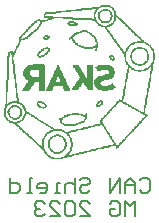
<source format=gbr>
%TF.GenerationSoftware,Altium Limited,Altium Designer,23.7.1 (13)*%
G04 Layer_Color=32896*
%FSLAX45Y45*%
%MOMM*%
%TF.SameCoordinates,324F84FA-45DE-4E37-BCC6-85F6FB8D9206*%
%TF.FilePolarity,Positive*%
%TF.FileFunction,Legend,Bot*%
%TF.Part,Single*%
G01*
G75*
%TA.AperFunction,NonConductor*%
%ADD23C,0.20000*%
G36*
X4938110Y5644252D02*
X4953228D01*
Y5639212D01*
X4963307D01*
Y5634173D01*
X4968346D01*
Y5629134D01*
X4978425D01*
Y5624094D01*
X4983465D01*
Y5619055D01*
X4988504D01*
Y5614016D01*
X4993543D01*
Y5603937D01*
X4998583D01*
Y5593858D01*
X5003622D01*
Y5583780D01*
X5008661D01*
Y5558583D01*
X5018740D01*
Y5553543D01*
X5023780D01*
Y5548504D01*
X5028819D01*
Y5543464D01*
X5033858D01*
Y5538425D01*
X5038898D01*
Y5533386D01*
X5048976D01*
Y5528346D01*
X5054016D01*
Y5523307D01*
X5059055D01*
Y5518268D01*
X5064095D01*
Y5513228D01*
X5069134D01*
Y5508189D01*
X5074173D01*
Y5503150D01*
X5079213D01*
Y5498110D01*
X5084252D01*
Y5493071D01*
X5089291D01*
Y5488031D01*
X5094331D01*
Y5482992D01*
X5099370D01*
Y5477953D01*
X5104409D01*
Y5472913D01*
X5109449D01*
Y5467874D01*
X5114488D01*
Y5462835D01*
X5119527D01*
Y5457795D01*
X5124567D01*
Y5452756D01*
X5129606D01*
Y5447717D01*
X5134646D01*
Y5442677D01*
X5139685D01*
Y5437638D01*
X5144725D01*
Y5432598D01*
X5149764D01*
Y5427559D01*
X5154803D01*
Y5422520D01*
X5159843D01*
Y5417480D01*
X5164882D01*
Y5412441D01*
X5169921D01*
Y5407401D01*
X5174961D01*
Y5402362D01*
X5185039D01*
Y5397323D01*
X5190079D01*
Y5392283D01*
X5195118D01*
Y5387244D01*
X5200157D01*
Y5382205D01*
X5205197D01*
Y5377165D01*
X5210236D01*
Y5372126D01*
X5215276D01*
Y5367087D01*
X5220315D01*
Y5362047D01*
X5225354D01*
Y5357008D01*
X5230394D01*
Y5351968D01*
X5235433D01*
Y5346929D01*
X5240472D01*
Y5341890D01*
X5245512D01*
Y5336850D01*
X5250551D01*
Y5331811D01*
X5260630D01*
Y5326772D01*
X5275748D01*
Y5321732D01*
X5280788D01*
Y5316693D01*
X5285827D01*
Y5311654D01*
X5295906D01*
Y5306614D01*
X5300945D01*
Y5301575D01*
X5305984D01*
Y5291496D01*
X5311024D01*
Y5286457D01*
X5316063D01*
Y5281417D01*
X5321102D01*
Y5271338D01*
X5326142D01*
Y5256220D01*
X5331181D01*
Y5241102D01*
X5336220D01*
Y5185669D01*
X5331181D01*
Y5165512D01*
X5326142D01*
Y5145354D01*
X5321102D01*
Y5115118D01*
X5316063D01*
Y5084882D01*
X5311024D01*
Y5059685D01*
X5305984D01*
Y5029449D01*
X5300945D01*
Y4999213D01*
X5295906D01*
Y4974016D01*
X5290866D01*
Y4943780D01*
X5285827D01*
Y4913543D01*
X5280788D01*
Y4888346D01*
X5275748D01*
Y4858110D01*
X5270709D01*
Y4827874D01*
X5265669D01*
Y4797638D01*
X5260630D01*
Y4772441D01*
X5255590D01*
Y4742205D01*
X5250551D01*
Y4727087D01*
X5255590D01*
Y4722047D01*
X5265669D01*
Y4717008D01*
X5270709D01*
Y4711968D01*
X5275748D01*
Y4706929D01*
X5270709D01*
Y4701890D01*
X5265669D01*
Y4696850D01*
X5260630D01*
Y4691811D01*
X5255590D01*
Y4686772D01*
X5250551D01*
Y4681732D01*
X5245512D01*
Y4676693D01*
X5240472D01*
Y4671654D01*
X5235433D01*
Y4666614D01*
X5230394D01*
Y4661575D01*
X5225354D01*
Y4651496D01*
X5220315D01*
Y4646457D01*
X5215276D01*
Y4641417D01*
X5210236D01*
Y4636378D01*
X5205197D01*
Y4631338D01*
X5200157D01*
Y4626299D01*
X5195118D01*
Y4621260D01*
X5190079D01*
Y4616220D01*
X5185039D01*
Y4611181D01*
X5180000D01*
Y4606142D01*
X5174961D01*
Y4601102D01*
X5169921D01*
Y4596063D01*
X5164882D01*
Y4591024D01*
X5159843D01*
Y4580945D01*
X5154803D01*
Y4575906D01*
X5149764D01*
Y4570866D01*
X5144725D01*
Y4565827D01*
X5139685D01*
Y4560787D01*
X5134646D01*
Y4555748D01*
X5129606D01*
Y4550709D01*
X5124567D01*
Y4545669D01*
X5119527D01*
Y4540630D01*
X5114488D01*
Y4535591D01*
X5109449D01*
Y4530551D01*
X5104409D01*
Y4525512D01*
X5099370D01*
Y4520472D01*
X5094331D01*
Y4510394D01*
X5089291D01*
Y4505354D01*
X5084252D01*
Y4500315D01*
X5079213D01*
Y4495275D01*
X5074173D01*
Y4490236D01*
X5069134D01*
Y4485197D01*
X5064095D01*
Y4480157D01*
X5059055D01*
Y4475118D01*
X5054016D01*
Y4470079D01*
X5048976D01*
Y4465039D01*
X5043937D01*
Y4460000D01*
X5038898D01*
Y4454961D01*
X5033858D01*
Y4449921D01*
X5028819D01*
Y4439843D01*
X5023780D01*
Y4434803D01*
X5018740D01*
Y4429764D01*
X5008661D01*
Y4439843D01*
X5003622D01*
Y4449921D01*
X4998583D01*
Y4454961D01*
X4983465D01*
Y4449921D01*
X4963307D01*
Y4444882D01*
X4943150D01*
Y4439843D01*
X4922992D01*
Y4434803D01*
X4902835D01*
Y4429764D01*
X4882677D01*
Y4424724D01*
X4857480D01*
Y4419685D01*
X4837323D01*
Y4414646D01*
X4817165D01*
Y4409606D01*
X4797008D01*
Y4404567D01*
X4776850D01*
Y4399527D01*
X4756693D01*
Y4394488D01*
X4736535D01*
Y4389449D01*
X4716378D01*
Y4384409D01*
X4691181D01*
Y4379370D01*
X4671024D01*
Y4374331D01*
X4650866D01*
Y4369291D01*
X4630709D01*
Y4364252D01*
X4610551D01*
Y4359213D01*
X4590394D01*
Y4354173D01*
X4570236D01*
Y4349134D01*
X4555118D01*
Y4344094D01*
X4540000D01*
Y4339055D01*
X4479527D01*
Y4344094D01*
X4459370D01*
Y4349134D01*
X4449291D01*
Y4354173D01*
X4439213D01*
Y4359213D01*
X4434173D01*
Y4364252D01*
X4429134D01*
Y4369291D01*
X4419055D01*
Y4379370D01*
X4414016D01*
Y4384409D01*
X4408976D01*
Y4389449D01*
X4403937D01*
Y4394488D01*
X4398898D01*
Y4404567D01*
X4393858D01*
Y4414646D01*
X4388819D01*
Y4419685D01*
X4383780D01*
Y4424724D01*
X4378740D01*
Y4429764D01*
X4373701D01*
Y4434803D01*
X4368661D01*
Y4439843D01*
X4363622D01*
Y4444882D01*
X4358583D01*
Y4449921D01*
X4353543D01*
Y4454961D01*
X4343465D01*
Y4460000D01*
X4338425D01*
Y4465039D01*
X4333386D01*
Y4470079D01*
X4328346D01*
Y4475118D01*
X4323307D01*
Y4480157D01*
X4318268D01*
Y4485197D01*
X4313228D01*
Y4490236D01*
X4308189D01*
Y4495275D01*
X4303150D01*
Y4500315D01*
X4298110D01*
Y4505354D01*
X4293071D01*
Y4510394D01*
X4282992D01*
Y4515433D01*
X4277953D01*
Y4520472D01*
X4272913D01*
Y4525512D01*
X4267874D01*
Y4530551D01*
X4262835D01*
Y4535591D01*
X4257795D01*
Y4540630D01*
X4252756D01*
Y4545669D01*
X4247716D01*
Y4550709D01*
X4242677D01*
Y4555748D01*
X4237638D01*
Y4560787D01*
X4232598D01*
Y4565827D01*
X4222520D01*
Y4570866D01*
X4217480D01*
Y4575906D01*
X4212441D01*
Y4580945D01*
X4207402D01*
Y4585984D01*
X4202362D01*
Y4591024D01*
X4197323D01*
Y4596063D01*
X4192283D01*
Y4601102D01*
X4187244D01*
Y4606142D01*
X4182205D01*
Y4611181D01*
X4177165D01*
Y4616220D01*
X4172126D01*
Y4621260D01*
X4162047D01*
Y4626299D01*
X4157008D01*
Y4631338D01*
X4151969D01*
Y4641417D01*
X4131811D01*
Y4646457D01*
X4111653D01*
Y4651496D01*
X4101575D01*
Y4656535D01*
X4096535D01*
Y4661575D01*
X4091496D01*
Y4666614D01*
X4081417D01*
Y4671654D01*
X4076378D01*
Y4681732D01*
X4071339D01*
Y4686772D01*
X4066299D01*
Y4696850D01*
X4061260D01*
Y4711968D01*
X4056220D01*
Y4767401D01*
X4061260D01*
Y4777480D01*
X4066299D01*
Y4812756D01*
X4071339D01*
Y4817795D01*
Y4822835D01*
Y4913543D01*
X4076378D01*
Y5014331D01*
X4081417D01*
Y5115118D01*
X4086457D01*
Y5215905D01*
X4091496D01*
Y5246142D01*
X4096535D01*
Y5251181D01*
X4106614D01*
Y5256220D01*
X4116693D01*
Y5261260D01*
X4131811D01*
Y5236063D01*
X4136851D01*
Y5246142D01*
X4141890D01*
Y5256220D01*
X4146929D01*
Y5266299D01*
X4151969D01*
Y5276378D01*
X4157008D01*
Y5286457D01*
X4162047D01*
Y5296535D01*
X4167087D01*
Y5301575D01*
X4172126D01*
Y5311654D01*
X4177165D01*
Y5321732D01*
X4182205D01*
Y5331811D01*
X4187244D01*
Y5346929D01*
X4182205D01*
Y5367087D01*
X4187244D01*
Y5372126D01*
X4192283D01*
Y5377165D01*
X4197323D01*
Y5387244D01*
X4202362D01*
Y5392283D01*
X4207402D01*
Y5397323D01*
X4212441D01*
Y5402362D01*
X4217480D01*
Y5407401D01*
X4222520D01*
Y5412441D01*
X4227559D01*
Y5417480D01*
X4232598D01*
Y5422520D01*
X4237638D01*
Y5427559D01*
X4242677D01*
Y5437638D01*
X4247716D01*
Y5442677D01*
X4252756D01*
Y5447717D01*
X4257795D01*
Y5452756D01*
X4262835D01*
Y5457795D01*
X4267874D01*
Y5462835D01*
X4272913D01*
Y5467874D01*
X4277953D01*
Y5472913D01*
X4282992D01*
Y5477953D01*
X4288032D01*
Y5482992D01*
X4293071D01*
Y5488031D01*
X4298110D01*
Y5493071D01*
X4303150D01*
Y5498110D01*
X4308189D01*
Y5503150D01*
X4313228D01*
Y5508189D01*
X4318268D01*
Y5513228D01*
X4328346D01*
Y5518268D01*
X4338425D01*
Y5523307D01*
X4348504D01*
Y5528346D01*
X4363622D01*
Y5523307D01*
X4373701D01*
Y5518268D01*
X4403937D01*
Y5523307D01*
X4424095D01*
Y5528346D01*
X4434173D01*
Y5533386D01*
X4449291D01*
Y5538425D01*
X4393858D01*
Y5543464D01*
X4388819D01*
Y5548504D01*
X4393858D01*
Y5558583D01*
X4398898D01*
Y5568661D01*
X4403937D01*
Y5578740D01*
X4408976D01*
Y5583780D01*
X4449291D01*
Y5588819D01*
X4494646D01*
Y5593858D01*
X4534961D01*
Y5598898D01*
X4580315D01*
Y5603937D01*
X4625669D01*
Y5608976D01*
X4671024D01*
Y5614016D01*
X4711339D01*
Y5619055D01*
X4756693D01*
Y5624094D01*
X4802047D01*
Y5629134D01*
X4847402D01*
Y5634173D01*
X4867559D01*
Y5639212D01*
X4877638D01*
Y5644252D01*
X4887716D01*
Y5649291D01*
X4938110D01*
Y5644252D01*
D02*
G37*
%LPC*%
G36*
X4837323Y5614016D02*
X4802047D01*
Y5608976D01*
X4756693D01*
Y5603937D01*
X4716378D01*
Y5598898D01*
X4671024D01*
Y5593858D01*
X4625669D01*
Y5588819D01*
X4580315D01*
Y5583780D01*
X4540000D01*
Y5578740D01*
X4494646D01*
Y5573701D01*
X4449291D01*
Y5568661D01*
X4414016D01*
Y5558583D01*
X4408976D01*
Y5553543D01*
X4469449D01*
Y5548504D01*
X4555118D01*
Y5543464D01*
X4640788D01*
Y5538425D01*
X4721417D01*
Y5533386D01*
X4807087D01*
Y5528346D01*
X4822205D01*
Y5543464D01*
X4817165D01*
Y5568661D01*
X4822205D01*
Y5588819D01*
X4827244D01*
Y5598898D01*
X4832283D01*
Y5608976D01*
X4837323D01*
Y5614016D01*
D02*
G37*
G36*
X4938110Y5634173D02*
X4892756D01*
Y5629134D01*
X4877638D01*
Y5624094D01*
X4867559D01*
Y5619055D01*
X4862520D01*
Y5614016D01*
X4857480D01*
Y5608976D01*
X4852441D01*
Y5603937D01*
X4847402D01*
Y5593858D01*
X4842362D01*
Y5583780D01*
X4837323D01*
Y5568661D01*
X4832283D01*
Y5543464D01*
X4837323D01*
Y5523307D01*
X4842362D01*
Y5513228D01*
X4847402D01*
Y5503150D01*
X4852441D01*
Y5498110D01*
X4857480D01*
Y5493071D01*
X4862520D01*
Y5488031D01*
X4872598D01*
Y5482992D01*
X4882677D01*
Y5477953D01*
X4897795D01*
Y5472913D01*
X4933071D01*
Y5477953D01*
X4948189D01*
Y5482992D01*
X4958268D01*
Y5488031D01*
X4963307D01*
Y5493071D01*
X4973386D01*
Y5498110D01*
X4978425D01*
Y5508189D01*
X4983465D01*
Y5513228D01*
X4988504D01*
Y5518268D01*
Y5523307D01*
X4993543D01*
Y5583780D01*
X4988504D01*
Y5593858D01*
X4983465D01*
Y5603937D01*
X4978425D01*
Y5608976D01*
X4973386D01*
Y5614016D01*
X4968346D01*
Y5619055D01*
X4958268D01*
Y5624094D01*
X4953228D01*
Y5629134D01*
X4938110D01*
Y5634173D01*
D02*
G37*
G36*
X4358583Y5513228D02*
X4353543D01*
Y5508189D01*
X4338425D01*
Y5503150D01*
X4333386D01*
Y5498110D01*
X4323307D01*
Y5493071D01*
X4318268D01*
Y5488031D01*
X4313228D01*
Y5482992D01*
X4308189D01*
Y5477953D01*
X4303150D01*
Y5472913D01*
X4298110D01*
Y5467874D01*
X4293071D01*
Y5462835D01*
X4288032D01*
Y5457795D01*
X4282992D01*
Y5452756D01*
X4277953D01*
Y5447717D01*
X4272913D01*
Y5442677D01*
X4267874D01*
Y5437638D01*
X4262835D01*
Y5432598D01*
X4257795D01*
Y5422520D01*
X4252756D01*
Y5417480D01*
X4247716D01*
Y5412441D01*
X4242677D01*
Y5407401D01*
X4237638D01*
Y5402362D01*
X4232598D01*
Y5397323D01*
X4227559D01*
Y5392283D01*
X4222520D01*
Y5387244D01*
X4217480D01*
Y5382205D01*
X4212441D01*
Y5372126D01*
X4207402D01*
Y5367087D01*
X4202362D01*
Y5362047D01*
X4222520D01*
Y5367087D01*
X4232598D01*
Y5372126D01*
X4242677D01*
Y5377165D01*
X4252756D01*
Y5382205D01*
X4257795D01*
Y5387244D01*
X4262835D01*
Y5392283D01*
X4267874D01*
Y5397323D01*
X4272913D01*
Y5402362D01*
X4277953D01*
Y5407401D01*
X4282992D01*
Y5412441D01*
X4288032D01*
Y5417480D01*
X4298110D01*
Y5422520D01*
X4303150D01*
Y5427559D01*
X4308189D01*
Y5432598D01*
X4318268D01*
Y5437638D01*
X4323307D01*
Y5442677D01*
X4328346D01*
Y5447717D01*
X4333386D01*
Y5452756D01*
X4338425D01*
Y5457795D01*
X4343465D01*
Y5462835D01*
X4348504D01*
Y5467874D01*
X4353543D01*
Y5477953D01*
X4358583D01*
Y5488031D01*
X4363622D01*
Y5508189D01*
X4358583D01*
Y5513228D01*
D02*
G37*
G36*
X5013701Y5543464D02*
X5008661D01*
Y5523307D01*
X5003622D01*
Y5513228D01*
X4998583D01*
Y5503150D01*
X4993543D01*
Y5498110D01*
X4988504D01*
Y5488031D01*
X4983465D01*
Y5482992D01*
X4978425D01*
Y5477953D01*
X4968346D01*
Y5472913D01*
X4963307D01*
Y5467874D01*
X4953228D01*
Y5462835D01*
X4933071D01*
Y5457795D01*
X4928032D01*
Y5452756D01*
X4933071D01*
Y5447717D01*
X4938110D01*
Y5437638D01*
X4943150D01*
Y5432598D01*
X4948189D01*
Y5427559D01*
X4953228D01*
Y5417480D01*
X4958268D01*
Y5412441D01*
X4963307D01*
Y5402362D01*
X4968346D01*
Y5397323D01*
X4973386D01*
Y5392283D01*
X4978425D01*
Y5382205D01*
X4983465D01*
Y5377165D01*
X4988504D01*
Y5367087D01*
X4993543D01*
Y5362047D01*
X4998583D01*
Y5357008D01*
X5003622D01*
Y5346929D01*
X5008661D01*
Y5341890D01*
X5013701D01*
Y5331811D01*
X5018740D01*
Y5326772D01*
X5023780D01*
Y5316693D01*
X5028819D01*
Y5311654D01*
X5033858D01*
Y5306614D01*
X5038898D01*
Y5296535D01*
X5043937D01*
Y5291496D01*
X5048976D01*
Y5281417D01*
X5054016D01*
Y5276378D01*
X5059055D01*
Y5271338D01*
X5064095D01*
Y5261260D01*
X5069134D01*
Y5256220D01*
X5074173D01*
Y5246142D01*
X5084252D01*
Y5261260D01*
X5089291D01*
Y5271338D01*
X5094331D01*
Y5281417D01*
X5099370D01*
Y5291496D01*
X5104409D01*
Y5296535D01*
X5109449D01*
Y5301575D01*
X5114488D01*
Y5306614D01*
X5119527D01*
Y5311654D01*
X5124567D01*
Y5316693D01*
X5134646D01*
Y5321732D01*
X5139685D01*
Y5326772D01*
X5149764D01*
Y5331811D01*
X5159843D01*
Y5336850D01*
X5180000D01*
Y5341890D01*
X5220315D01*
Y5346929D01*
X5215276D01*
Y5351968D01*
X5210236D01*
Y5357008D01*
X5205197D01*
Y5362047D01*
X5200157D01*
Y5367087D01*
X5195118D01*
Y5372126D01*
X5185039D01*
Y5377165D01*
X5180000D01*
Y5382205D01*
X5174961D01*
Y5387244D01*
X5169921D01*
Y5392283D01*
X5164882D01*
Y5397323D01*
X5159843D01*
Y5402362D01*
X5154803D01*
Y5407401D01*
X5149764D01*
Y5412441D01*
X5144725D01*
Y5417480D01*
X5139685D01*
Y5422520D01*
X5134646D01*
Y5427559D01*
X5129606D01*
Y5432598D01*
X5124567D01*
Y5437638D01*
X5119527D01*
Y5442677D01*
X5114488D01*
Y5447717D01*
X5109449D01*
Y5452756D01*
X5104409D01*
Y5457795D01*
X5099370D01*
Y5462835D01*
X5094331D01*
Y5467874D01*
X5089291D01*
Y5472913D01*
X5084252D01*
Y5477953D01*
X5079213D01*
Y5482992D01*
X5074173D01*
Y5488031D01*
X5069134D01*
Y5493071D01*
X5064095D01*
Y5498110D01*
X5059055D01*
Y5503150D01*
X5048976D01*
Y5508189D01*
X5043937D01*
Y5513228D01*
X5038898D01*
Y5518268D01*
X5033858D01*
Y5523307D01*
X5028819D01*
Y5528346D01*
X5023780D01*
Y5533386D01*
X5018740D01*
Y5538425D01*
X5013701D01*
Y5543464D01*
D02*
G37*
G36*
X5235433Y5326772D02*
X5180000D01*
Y5321732D01*
X5164882D01*
Y5316693D01*
X5154803D01*
Y5311654D01*
X5144725D01*
Y5306614D01*
X5134646D01*
Y5301575D01*
X5129606D01*
Y5296535D01*
X5124567D01*
Y5291496D01*
X5119527D01*
Y5286457D01*
X5114488D01*
Y5276378D01*
X5109449D01*
Y5271338D01*
X5104409D01*
Y5261260D01*
X5099370D01*
Y5246142D01*
X5094331D01*
Y5215905D01*
X5089291D01*
Y5205827D01*
X5094331D01*
Y5175591D01*
X5099370D01*
Y5165512D01*
X5104409D01*
Y5155433D01*
X5109449D01*
Y5145354D01*
X5114488D01*
Y5140315D01*
X5119527D01*
Y5135275D01*
X5124567D01*
Y5130236D01*
X5129606D01*
Y5125197D01*
X5134646D01*
Y5120157D01*
X5139685D01*
Y5115118D01*
X5149764D01*
Y5110079D01*
X5159843D01*
Y5105039D01*
X5169921D01*
Y5100000D01*
X5195118D01*
Y5094961D01*
X5220315D01*
Y5100000D01*
X5240472D01*
Y5105039D01*
X5255590D01*
Y5110079D01*
X5265669D01*
Y5115118D01*
X5275748D01*
Y5120157D01*
X5280788D01*
Y5125197D01*
X5285827D01*
Y5130236D01*
X5290866D01*
Y5135275D01*
X5295906D01*
Y5140315D01*
X5300945D01*
Y5150394D01*
X5305984D01*
Y5155433D01*
X5311024D01*
Y5165512D01*
X5316063D01*
Y5185669D01*
X5321102D01*
Y5241102D01*
X5316063D01*
Y5256220D01*
X5311024D01*
Y5266299D01*
X5305984D01*
Y5276378D01*
X5300945D01*
Y5281417D01*
X5295906D01*
Y5286457D01*
X5290866D01*
Y5296535D01*
X5285827D01*
Y5301575D01*
X5275748D01*
Y5306614D01*
X5270709D01*
Y5311654D01*
X5260630D01*
Y5316693D01*
X5250551D01*
Y5321732D01*
X5235433D01*
Y5326772D01*
D02*
G37*
G36*
X5305984Y5125197D02*
X5300945D01*
Y5120157D01*
X5295906D01*
Y5115118D01*
X5290866D01*
Y5110079D01*
X5285827D01*
Y5105039D01*
X5275748D01*
Y5100000D01*
X5270709D01*
Y5094961D01*
X5260630D01*
Y5089921D01*
X5245512D01*
Y5084882D01*
X5220315D01*
Y5079843D01*
X5195118D01*
Y5084882D01*
X5169921D01*
Y5089921D01*
X5154803D01*
Y5094961D01*
X5144725D01*
Y5100000D01*
X5134646D01*
Y5105039D01*
X5129606D01*
Y5110079D01*
X5124567D01*
Y5115118D01*
X5119527D01*
Y5105039D01*
X5114488D01*
Y5074803D01*
X5109449D01*
Y5049606D01*
X5104409D01*
Y5019370D01*
X5099370D01*
Y4994173D01*
X5094331D01*
Y4963937D01*
X5089291D01*
Y4933701D01*
X5084252D01*
Y4908504D01*
X5079213D01*
Y4878268D01*
X5074173D01*
Y4853071D01*
X5069134D01*
Y4827874D01*
X5079213D01*
Y4822835D01*
X5089291D01*
Y4817795D01*
X5099370D01*
Y4812756D01*
X5104409D01*
Y4807717D01*
X5114488D01*
Y4802677D01*
X5124567D01*
Y4797638D01*
X5134646D01*
Y4792598D01*
X5139685D01*
Y4787559D01*
X5149764D01*
Y4782520D01*
X5159843D01*
Y4777480D01*
X5164882D01*
Y4772441D01*
X5174961D01*
Y4767401D01*
X5185039D01*
Y4762362D01*
X5195118D01*
Y4757323D01*
X5200157D01*
Y4752283D01*
X5210236D01*
Y4747244D01*
X5220315D01*
Y4742205D01*
X5230394D01*
Y4737165D01*
X5235433D01*
Y4742205D01*
X5240472D01*
Y4772441D01*
X5245512D01*
Y4802677D01*
X5250551D01*
Y4827874D01*
X5255590D01*
Y4858110D01*
X5260630D01*
Y4888346D01*
X5265669D01*
Y4913543D01*
X5270709D01*
Y4943780D01*
X5275748D01*
Y4974016D01*
X5280788D01*
Y4999213D01*
X5285827D01*
Y5029449D01*
X5290866D01*
Y5059685D01*
X5295906D01*
Y5089921D01*
X5300945D01*
Y5115118D01*
X5305984D01*
Y5125197D01*
D02*
G37*
G36*
X4555118Y5533386D02*
X4479527D01*
Y5528346D01*
X4464409D01*
Y5523307D01*
X4449291D01*
Y5518268D01*
X4434173D01*
Y5513228D01*
X4424095D01*
Y5508189D01*
X4408976D01*
Y5503150D01*
X4378740D01*
Y5488031D01*
X4373701D01*
Y5472913D01*
X4368661D01*
Y5467874D01*
X4363622D01*
Y5457795D01*
X4358583D01*
Y5452756D01*
X4353543D01*
Y5447717D01*
X4348504D01*
Y5442677D01*
X4343465D01*
Y5437638D01*
X4338425D01*
Y5432598D01*
X4333386D01*
Y5427559D01*
X4328346D01*
Y5422520D01*
X4318268D01*
Y5417480D01*
X4313228D01*
Y5412441D01*
X4308189D01*
Y5407401D01*
X4303150D01*
Y5402362D01*
X4293071D01*
Y5397323D01*
X4288032D01*
Y5392283D01*
X4282992D01*
Y5387244D01*
X4277953D01*
Y5377165D01*
X4267874D01*
Y5372126D01*
X4262835D01*
Y5367087D01*
X4257795D01*
Y5362047D01*
X4247716D01*
Y5357008D01*
X4237638D01*
Y5351968D01*
X4222520D01*
Y5346929D01*
X4202362D01*
Y5331811D01*
X4197323D01*
Y5321732D01*
X4192283D01*
Y5306614D01*
X4187244D01*
Y5301575D01*
X4182205D01*
Y5291496D01*
X4177165D01*
Y5281417D01*
X4172126D01*
Y5276378D01*
X4167087D01*
Y5266299D01*
X4162047D01*
Y5256220D01*
X4157008D01*
Y5241102D01*
X4151969D01*
Y5231024D01*
X4146929D01*
Y5220945D01*
X4141890D01*
Y5205827D01*
X4136851D01*
Y5185669D01*
X4141890D01*
Y5145354D01*
X4146929D01*
Y5105039D01*
X4151969D01*
Y5064724D01*
X4157008D01*
Y5024409D01*
X4162047D01*
Y4984094D01*
X4167087D01*
Y4943780D01*
X4172126D01*
Y4903464D01*
X4177165D01*
Y4863150D01*
X4182205D01*
Y4827874D01*
X4187244D01*
Y4822835D01*
X4197323D01*
Y4817795D01*
X4207402D01*
Y4812756D01*
X4212441D01*
Y4807717D01*
X4217480D01*
Y4802677D01*
X4222520D01*
Y4797638D01*
X4227559D01*
Y4792598D01*
X4232598D01*
Y4782520D01*
X4237638D01*
Y4772441D01*
X4242677D01*
Y4752283D01*
X4247716D01*
Y4747244D01*
X4252756D01*
Y4742205D01*
X4262835D01*
Y4737165D01*
X4267874D01*
Y4732126D01*
X4277953D01*
Y4727087D01*
X4282992D01*
Y4722047D01*
X4293071D01*
Y4717008D01*
X4303150D01*
Y4711968D01*
X4308189D01*
Y4706929D01*
X4318268D01*
Y4701890D01*
X4328346D01*
Y4696850D01*
X4333386D01*
Y4691811D01*
X4343465D01*
Y4686772D01*
X4348504D01*
Y4681732D01*
X4358583D01*
Y4676693D01*
X4368661D01*
Y4671654D01*
X4373701D01*
Y4666614D01*
X4383780D01*
Y4661575D01*
X4388819D01*
Y4656535D01*
X4398898D01*
Y4651496D01*
X4408976D01*
Y4646457D01*
X4414016D01*
Y4641417D01*
X4424095D01*
Y4636378D01*
X4434173D01*
Y4631338D01*
X4439213D01*
Y4626299D01*
X4449291D01*
Y4621260D01*
X4454331D01*
Y4616220D01*
X4464409D01*
Y4611181D01*
X4474488D01*
Y4606142D01*
X4479527D01*
Y4601102D01*
X4489606D01*
Y4596063D01*
X4545039D01*
Y4591024D01*
X4560158D01*
Y4585984D01*
X4570236D01*
Y4580945D01*
X4575276D01*
Y4575906D01*
X4605512D01*
Y4580945D01*
X4625669D01*
Y4585984D01*
X4645827D01*
Y4591024D01*
X4665984D01*
Y4596063D01*
X4686142D01*
Y4601102D01*
X4706299D01*
Y4606142D01*
X4726457D01*
Y4611181D01*
X4746614D01*
Y4616220D01*
X4771811D01*
Y4621260D01*
X4791969D01*
Y4626299D01*
X4812126D01*
Y4631338D01*
X4832283D01*
Y4636378D01*
X4852441D01*
Y4641417D01*
X4872598D01*
Y4646457D01*
X4877638D01*
Y4651496D01*
X4872598D01*
Y4661575D01*
X4867559D01*
Y4666614D01*
X4872598D01*
Y4676693D01*
X4877638D01*
Y4681732D01*
X4882677D01*
Y4686772D01*
X4887716D01*
Y4691811D01*
X4892756D01*
Y4696850D01*
X4897795D01*
Y4701890D01*
X4902835D01*
Y4706929D01*
X4907874D01*
Y4711968D01*
X4912913D01*
Y4717008D01*
X4917953D01*
Y4722047D01*
X4922992D01*
Y4727087D01*
X4928032D01*
Y4732126D01*
X4933071D01*
Y4737165D01*
X4938110D01*
Y4747244D01*
X4943150D01*
Y4752283D01*
X4948189D01*
Y4757323D01*
X4953228D01*
Y4762362D01*
X4958268D01*
Y4767401D01*
X4963307D01*
Y4772441D01*
X4968346D01*
Y4777480D01*
X4973386D01*
Y4782520D01*
X4978425D01*
Y4787559D01*
X4983465D01*
Y4792598D01*
X4988504D01*
Y4797638D01*
X4993543D01*
Y4802677D01*
X4998583D01*
Y4807717D01*
X5003622D01*
Y4817795D01*
X5008661D01*
Y4822835D01*
X5013701D01*
Y4827874D01*
X5018740D01*
Y4832913D01*
X5023780D01*
Y4837953D01*
X5028819D01*
Y4842992D01*
X5033858D01*
Y4848031D01*
X5043937D01*
Y4842992D01*
X5054016D01*
Y4848031D01*
X5059055D01*
Y4878268D01*
X5064095D01*
Y4903464D01*
X5069134D01*
Y4933701D01*
X5074173D01*
Y4963937D01*
X5079213D01*
Y4989134D01*
X5084252D01*
Y5019370D01*
X5089291D01*
Y5049606D01*
X5094331D01*
Y5074803D01*
X5099370D01*
Y5105039D01*
X5104409D01*
Y5135275D01*
X5099370D01*
Y5140315D01*
X5094331D01*
Y5150394D01*
X5089291D01*
Y5160472D01*
X5084252D01*
Y5175591D01*
X5079213D01*
Y5205827D01*
X5074173D01*
Y5231024D01*
X5069134D01*
Y5236063D01*
X5064095D01*
Y5241102D01*
X5059055D01*
Y5251181D01*
X5054016D01*
Y5256220D01*
X5048976D01*
Y5266299D01*
X5043937D01*
Y5271338D01*
X5038898D01*
Y5281417D01*
X5033858D01*
Y5286457D01*
X5028819D01*
Y5291496D01*
X5023780D01*
Y5301575D01*
X5018740D01*
Y5306614D01*
X5013701D01*
Y5316693D01*
X5008661D01*
Y5321732D01*
X5003622D01*
Y5326772D01*
X4998583D01*
Y5336850D01*
X4993543D01*
Y5341890D01*
X4988504D01*
Y5351968D01*
X4983465D01*
Y5357008D01*
X4978425D01*
Y5362047D01*
X4973386D01*
Y5372126D01*
X4968346D01*
Y5377165D01*
X4963307D01*
Y5387244D01*
X4958268D01*
Y5392283D01*
X4953228D01*
Y5402362D01*
X4948189D01*
Y5407401D01*
X4943150D01*
Y5412441D01*
X4938110D01*
Y5422520D01*
X4933071D01*
Y5427559D01*
X4928032D01*
Y5437638D01*
X4922992D01*
Y5442677D01*
X4917953D01*
Y5447717D01*
X4912913D01*
Y5457795D01*
X4892756D01*
Y5462835D01*
X4877638D01*
Y5467874D01*
X4867559D01*
Y5472913D01*
X4857480D01*
Y5477953D01*
X4852441D01*
Y5482992D01*
X4847402D01*
Y5488031D01*
X4842362D01*
Y5493071D01*
X4837323D01*
Y5503150D01*
X4832283D01*
Y5508189D01*
X4827244D01*
Y5513228D01*
X4802047D01*
Y5518268D01*
X4721417D01*
Y5523307D01*
X4635748D01*
Y5528346D01*
X4555118D01*
Y5533386D01*
D02*
G37*
G36*
X4116693Y5241102D02*
X4111653D01*
Y5236063D01*
X4106614D01*
Y5210866D01*
X4101575D01*
Y5110079D01*
X4096535D01*
Y5009291D01*
X4091496D01*
Y4908504D01*
X4086457D01*
Y4812756D01*
X4091496D01*
Y4817795D01*
X4101575D01*
Y4822835D01*
X4111653D01*
Y4827874D01*
X4126772D01*
Y4832913D01*
X4167087D01*
Y4863150D01*
X4162047D01*
Y4903464D01*
X4157008D01*
Y4918583D01*
Y4923622D01*
Y4943780D01*
X4151969D01*
Y4984094D01*
X4146929D01*
Y5024409D01*
X4141890D01*
Y5064724D01*
X4136851D01*
Y5105039D01*
X4131811D01*
Y5145354D01*
X4126772D01*
Y5185669D01*
X4121732D01*
Y5225984D01*
X4116693D01*
Y5241102D01*
D02*
G37*
G36*
X4172126Y4817795D02*
X4126772D01*
Y4812756D01*
X4111653D01*
Y4807717D01*
X4106614D01*
Y4802677D01*
X4096535D01*
Y4797638D01*
X4091496D01*
Y4792598D01*
X4086457D01*
Y4782520D01*
X4081417D01*
Y4777480D01*
X4076378D01*
Y4762362D01*
X4071339D01*
Y4757323D01*
Y4711968D01*
X4076378D01*
Y4701890D01*
X4081417D01*
Y4691811D01*
X4086457D01*
Y4686772D01*
X4091496D01*
Y4676693D01*
X4101575D01*
Y4671654D01*
X4106614D01*
Y4666614D01*
X4116693D01*
Y4661575D01*
X4131811D01*
Y4656535D01*
X4172126D01*
Y4661575D01*
X4182205D01*
Y4666614D01*
X4192283D01*
Y4671654D01*
X4202362D01*
Y4676693D01*
X4207402D01*
Y4681732D01*
X4212441D01*
Y4686772D01*
X4217480D01*
Y4696850D01*
X4222520D01*
Y4706929D01*
X4227559D01*
Y4722047D01*
X4232598D01*
Y4752283D01*
X4227559D01*
Y4767401D01*
X4222520D01*
Y4777480D01*
X4217480D01*
Y4787559D01*
X4212441D01*
Y4792598D01*
X4207402D01*
Y4797638D01*
X4202362D01*
Y4802677D01*
X4197323D01*
Y4807717D01*
X4187244D01*
Y4812756D01*
X4172126D01*
Y4817795D01*
D02*
G37*
G36*
X5043937Y4832913D02*
X5038898D01*
Y4827874D01*
X5033858D01*
Y4822835D01*
X5028819D01*
Y4817795D01*
X5023780D01*
Y4812756D01*
X5018740D01*
Y4802677D01*
X5013701D01*
Y4797638D01*
X5008661D01*
Y4792598D01*
X5003622D01*
Y4787559D01*
X4998583D01*
Y4782520D01*
X4993543D01*
Y4777480D01*
X4988504D01*
Y4772441D01*
X4983465D01*
Y4767401D01*
X4978425D01*
Y4762362D01*
X4973386D01*
Y4757323D01*
X4968346D01*
Y4752283D01*
X4963307D01*
Y4747244D01*
X4958268D01*
Y4742205D01*
X4953228D01*
Y4732126D01*
X4948189D01*
Y4727087D01*
X4943150D01*
Y4722047D01*
X4938110D01*
Y4717008D01*
X4933071D01*
Y4711968D01*
X4928032D01*
Y4706929D01*
X4922992D01*
Y4701890D01*
X4917953D01*
Y4696850D01*
X4912913D01*
Y4691811D01*
X4907874D01*
Y4686772D01*
X4902835D01*
Y4681732D01*
X4897795D01*
Y4676693D01*
X4892756D01*
Y4666614D01*
X4887716D01*
Y4656535D01*
X4892756D01*
Y4646457D01*
X4897795D01*
Y4641417D01*
X4902835D01*
Y4631338D01*
X4907874D01*
Y4621260D01*
X4912913D01*
Y4616220D01*
X4917953D01*
Y4606142D01*
X4922992D01*
Y4601102D01*
X4928032D01*
Y4591024D01*
X4933071D01*
Y4580945D01*
X4938110D01*
Y4575906D01*
X4943150D01*
Y4565827D01*
X4948189D01*
Y4560787D01*
X4953228D01*
Y4550709D01*
X4958268D01*
Y4540630D01*
X4963307D01*
Y4535591D01*
X4968346D01*
Y4525512D01*
X4973386D01*
Y4515433D01*
X4978425D01*
Y4510394D01*
X4983465D01*
Y4500315D01*
X4988504D01*
Y4495275D01*
X4993543D01*
Y4485197D01*
X4998583D01*
Y4475118D01*
X5003622D01*
Y4470079D01*
X5008661D01*
Y4460000D01*
X5013701D01*
Y4454961D01*
X5018740D01*
Y4460000D01*
X5023780D01*
Y4465039D01*
X5028819D01*
Y4470079D01*
X5033858D01*
Y4475118D01*
X5038898D01*
Y4480157D01*
X5043937D01*
Y4485197D01*
X5048976D01*
Y4490236D01*
X5054016D01*
Y4495275D01*
X5059055D01*
Y4500315D01*
X5064095D01*
Y4505354D01*
X5069134D01*
Y4510394D01*
X5074173D01*
Y4515433D01*
X5079213D01*
Y4525512D01*
X5084252D01*
Y4530551D01*
X5089291D01*
Y4535591D01*
X5094331D01*
Y4540630D01*
X5099370D01*
Y4545669D01*
X5104409D01*
Y4550709D01*
X5109449D01*
Y4555748D01*
X5114488D01*
Y4560787D01*
X5119527D01*
Y4565827D01*
X5124567D01*
Y4570866D01*
X5129606D01*
Y4575906D01*
X5134646D01*
Y4580945D01*
X5139685D01*
Y4585984D01*
X5144725D01*
Y4596063D01*
X5149764D01*
Y4601102D01*
X5154803D01*
Y4606142D01*
X5159843D01*
Y4611181D01*
X5164882D01*
Y4616220D01*
X5169921D01*
Y4621260D01*
X5174961D01*
Y4626299D01*
X5180000D01*
Y4631338D01*
X5185039D01*
Y4636378D01*
X5190079D01*
Y4641417D01*
X5195118D01*
Y4646457D01*
X5200157D01*
Y4651496D01*
X5205197D01*
Y4661575D01*
X5210236D01*
Y4666614D01*
X5215276D01*
Y4671654D01*
X5220315D01*
Y4676693D01*
X5225354D01*
Y4681732D01*
X5230394D01*
Y4686772D01*
X5235433D01*
Y4691811D01*
X5240472D01*
Y4696850D01*
X5245512D01*
Y4701890D01*
X5250551D01*
Y4711968D01*
X5245512D01*
Y4717008D01*
X5235433D01*
Y4722047D01*
X5225354D01*
Y4727087D01*
X5215276D01*
Y4732126D01*
X5210236D01*
Y4737165D01*
X5200157D01*
Y4742205D01*
X5190079D01*
Y4747244D01*
X5180000D01*
Y4752283D01*
X5174961D01*
Y4757323D01*
X5164882D01*
Y4762362D01*
X5154803D01*
Y4767401D01*
X5144725D01*
Y4772441D01*
X5139685D01*
Y4777480D01*
X5129606D01*
Y4782520D01*
X5119527D01*
Y4787559D01*
X5109449D01*
Y4792598D01*
X5104409D01*
Y4797638D01*
X5094331D01*
Y4802677D01*
X5084252D01*
Y4807717D01*
X5079213D01*
Y4812756D01*
X5069134D01*
Y4817795D01*
X5059055D01*
Y4822835D01*
X5048976D01*
Y4827874D01*
X5043937D01*
Y4832913D01*
D02*
G37*
G36*
X4257795Y4727087D02*
X4242677D01*
Y4706929D01*
X4237638D01*
Y4691811D01*
X4232598D01*
Y4686772D01*
X4227559D01*
Y4676693D01*
X4222520D01*
Y4671654D01*
X4217480D01*
Y4666614D01*
X4212441D01*
Y4661575D01*
X4202362D01*
Y4656535D01*
X4197323D01*
Y4651496D01*
X4187244D01*
Y4646457D01*
X4172126D01*
Y4641417D01*
X4167087D01*
Y4636378D01*
X4177165D01*
Y4631338D01*
X4182205D01*
Y4626299D01*
X4187244D01*
Y4621260D01*
X4192283D01*
Y4616220D01*
X4197323D01*
Y4611181D01*
X4202362D01*
Y4606142D01*
X4207402D01*
Y4601102D01*
X4212441D01*
Y4596063D01*
X4217480D01*
Y4591024D01*
X4222520D01*
Y4585984D01*
X4227559D01*
Y4580945D01*
X4237638D01*
Y4575906D01*
X4242677D01*
Y4570866D01*
X4247716D01*
Y4565827D01*
X4252756D01*
Y4560787D01*
X4257795D01*
Y4555748D01*
X4262835D01*
Y4550709D01*
X4267874D01*
Y4545669D01*
X4272913D01*
Y4540630D01*
X4277953D01*
Y4535591D01*
X4282992D01*
Y4530551D01*
X4288032D01*
Y4525512D01*
X4298110D01*
Y4520472D01*
X4303150D01*
Y4515433D01*
X4308189D01*
Y4510394D01*
X4313228D01*
Y4505354D01*
X4318268D01*
Y4500315D01*
X4323307D01*
Y4495275D01*
X4328346D01*
Y4490236D01*
X4333386D01*
Y4485197D01*
X4338425D01*
Y4480157D01*
X4343465D01*
Y4475118D01*
X4348504D01*
Y4470079D01*
X4358583D01*
Y4465039D01*
X4363622D01*
Y4460000D01*
X4368661D01*
Y4454961D01*
X4373701D01*
Y4449921D01*
X4378740D01*
Y4444882D01*
X4383780D01*
Y4449921D01*
X4378740D01*
Y4485197D01*
X4383780D01*
Y4510394D01*
X4388819D01*
Y4520472D01*
X4393858D01*
Y4530551D01*
X4398898D01*
Y4540630D01*
X4403937D01*
Y4545669D01*
X4408976D01*
Y4550709D01*
X4414016D01*
Y4560787D01*
X4419055D01*
Y4565827D01*
X4424095D01*
Y4570866D01*
X4434173D01*
Y4575906D01*
X4439213D01*
Y4580945D01*
X4449291D01*
Y4585984D01*
X4459370D01*
Y4591024D01*
X4469449D01*
Y4596063D01*
X4459370D01*
Y4601102D01*
X4454331D01*
Y4606142D01*
X4444252D01*
Y4611181D01*
X4439213D01*
Y4616220D01*
X4429134D01*
Y4621260D01*
X4419055D01*
Y4626299D01*
X4414016D01*
Y4631338D01*
X4403937D01*
Y4636378D01*
X4398898D01*
Y4641417D01*
X4388819D01*
Y4646457D01*
X4378740D01*
Y4651496D01*
X4373701D01*
Y4656535D01*
X4363622D01*
Y4661575D01*
X4353543D01*
Y4666614D01*
X4348504D01*
Y4671654D01*
X4338425D01*
Y4676693D01*
X4333386D01*
Y4681732D01*
X4323307D01*
Y4686772D01*
X4313228D01*
Y4691811D01*
X4308189D01*
Y4696850D01*
X4298110D01*
Y4701890D01*
X4288032D01*
Y4706929D01*
X4282992D01*
Y4711968D01*
X4272913D01*
Y4717008D01*
X4267874D01*
Y4722047D01*
X4257795D01*
Y4727087D01*
D02*
G37*
G36*
X4887716Y4631338D02*
X4872598D01*
Y4626299D01*
X4852441D01*
Y4621260D01*
X4832283D01*
Y4616220D01*
X4812126D01*
Y4611181D01*
X4791969D01*
Y4606142D01*
X4771811D01*
Y4601102D01*
X4751653D01*
Y4596063D01*
X4731496D01*
Y4591024D01*
X4706299D01*
Y4585984D01*
X4686142D01*
Y4580945D01*
X4665984D01*
Y4575906D01*
X4645827D01*
Y4570866D01*
X4625669D01*
Y4565827D01*
X4605512D01*
Y4550709D01*
X4610551D01*
Y4545669D01*
X4615590D01*
Y4540630D01*
X4620630D01*
Y4530551D01*
X4625669D01*
Y4520472D01*
X4630709D01*
Y4510394D01*
X4635748D01*
Y4490236D01*
X4640788D01*
Y4444882D01*
X4635748D01*
Y4424724D01*
X4630709D01*
Y4414646D01*
X4625669D01*
Y4404567D01*
X4620630D01*
Y4394488D01*
X4615590D01*
Y4389449D01*
X4610551D01*
Y4384409D01*
X4605512D01*
Y4374331D01*
X4610551D01*
Y4379370D01*
X4630709D01*
Y4384409D01*
X4650866D01*
Y4389449D01*
X4671024D01*
Y4394488D01*
X4691181D01*
Y4399527D01*
X4711339D01*
Y4404567D01*
X4731496D01*
Y4409606D01*
X4751653D01*
Y4414646D01*
X4776850D01*
Y4419685D01*
X4797008D01*
Y4424724D01*
X4817165D01*
Y4429764D01*
X4837323D01*
Y4434803D01*
X4857480D01*
Y4439843D01*
X4877638D01*
Y4444882D01*
X4897795D01*
Y4449921D01*
X4917953D01*
Y4454961D01*
X4938110D01*
Y4460000D01*
X4963307D01*
Y4465039D01*
X4983465D01*
Y4470079D01*
X4988504D01*
Y4475118D01*
X4983465D01*
Y4480157D01*
X4978425D01*
Y4490236D01*
X4973386D01*
Y4500315D01*
X4968346D01*
Y4505354D01*
X4963307D01*
Y4515433D01*
X4958268D01*
Y4520472D01*
X4953228D01*
Y4530551D01*
X4948189D01*
Y4540630D01*
X4943150D01*
Y4545669D01*
X4938110D01*
Y4555748D01*
X4933071D01*
Y4560787D01*
X4928032D01*
Y4570866D01*
X4922992D01*
Y4580945D01*
X4917953D01*
Y4585984D01*
X4912913D01*
Y4596063D01*
X4907874D01*
Y4606142D01*
X4902835D01*
Y4611181D01*
X4897795D01*
Y4621260D01*
X4892756D01*
Y4626299D01*
X4887716D01*
Y4631338D01*
D02*
G37*
G36*
X4545039Y4580945D02*
X4474488D01*
Y4575906D01*
X4464409D01*
Y4570866D01*
X4454331D01*
Y4565827D01*
X4444252D01*
Y4560787D01*
X4439213D01*
Y4555748D01*
X4434173D01*
Y4550709D01*
X4424095D01*
Y4540630D01*
X4419055D01*
Y4535591D01*
X4414016D01*
Y4530551D01*
X4408976D01*
Y4520472D01*
X4403937D01*
Y4510394D01*
X4398898D01*
Y4490236D01*
X4393858D01*
Y4449921D01*
X4398898D01*
Y4429764D01*
X4403937D01*
Y4414646D01*
X4408976D01*
Y4409606D01*
X4414016D01*
Y4399527D01*
X4419055D01*
Y4394488D01*
X4424095D01*
Y4389449D01*
X4429134D01*
Y4384409D01*
X4434173D01*
Y4379370D01*
X4439213D01*
Y4374331D01*
X4444252D01*
Y4369291D01*
X4454331D01*
Y4364252D01*
X4464409D01*
Y4359213D01*
X4479527D01*
Y4354173D01*
X4540000D01*
Y4359213D01*
X4555118D01*
Y4364252D01*
X4565197D01*
Y4369291D01*
X4575276D01*
Y4374331D01*
X4580315D01*
Y4379370D01*
X4585354D01*
Y4384409D01*
X4590394D01*
Y4389449D01*
X4595433D01*
Y4394488D01*
X4600472D01*
Y4399527D01*
X4605512D01*
Y4404567D01*
X4610551D01*
Y4414646D01*
X4615590D01*
Y4429764D01*
X4620630D01*
Y4444882D01*
X4625669D01*
Y4490236D01*
X4620630D01*
Y4505354D01*
X4615590D01*
Y4520472D01*
X4610551D01*
Y4530551D01*
X4605512D01*
Y4535591D01*
X4600472D01*
Y4540630D01*
X4595433D01*
Y4550709D01*
X4590394D01*
Y4555748D01*
X4580315D01*
Y4560787D01*
X4575276D01*
Y4565827D01*
X4565197D01*
Y4570866D01*
X4555118D01*
Y4575906D01*
X4545039D01*
Y4580945D01*
D02*
G37*
%LPD*%
G36*
X4938110Y5608976D02*
X4948189D01*
Y5603937D01*
X4953228D01*
Y5598898D01*
X4958268D01*
Y5593858D01*
X4963307D01*
Y5588819D01*
X4968346D01*
Y5578740D01*
X4973386D01*
Y5563622D01*
X4978425D01*
Y5543464D01*
X4973386D01*
Y5528346D01*
X4968346D01*
Y5518268D01*
X4963307D01*
Y5513228D01*
X4958268D01*
Y5508189D01*
X4953228D01*
Y5503150D01*
X4948189D01*
Y5498110D01*
X4933071D01*
Y5493071D01*
X4892756D01*
Y5498110D01*
X4882677D01*
Y5503150D01*
X4877638D01*
Y5508189D01*
X4872598D01*
Y5513228D01*
X4867559D01*
Y5518268D01*
X4862520D01*
Y5528346D01*
X4857480D01*
Y5538425D01*
X4852441D01*
Y5568661D01*
X4857480D01*
Y5583780D01*
X4862520D01*
Y5588819D01*
X4867559D01*
Y5598898D01*
X4877638D01*
Y5603937D01*
X4882677D01*
Y5608976D01*
X4892756D01*
Y5614016D01*
X4938110D01*
Y5608976D01*
D02*
G37*
%LPC*%
G36*
X4933071Y5598898D02*
X4892756D01*
Y5593858D01*
X4887716D01*
Y5588819D01*
X4882677D01*
Y5583780D01*
X4877638D01*
Y5578740D01*
X4872598D01*
Y5573701D01*
Y5568661D01*
X4867559D01*
Y5543464D01*
X4872598D01*
Y5528346D01*
X4877638D01*
Y5523307D01*
X4882677D01*
Y5518268D01*
X4887716D01*
Y5513228D01*
X4897795D01*
Y5508189D01*
X4933071D01*
Y5513228D01*
X4943150D01*
Y5518268D01*
X4948189D01*
Y5523307D01*
X4953228D01*
Y5533386D01*
X4958268D01*
Y5548504D01*
X4963307D01*
Y5558583D01*
X4958268D01*
Y5578740D01*
X4953228D01*
Y5583780D01*
X4948189D01*
Y5588819D01*
X4943150D01*
Y5593858D01*
X4933071D01*
Y5598898D01*
D02*
G37*
%LPD*%
G36*
X5230394Y5286457D02*
X5245512D01*
Y5281417D01*
X5250551D01*
Y5276378D01*
X5260630D01*
Y5271338D01*
X5265669D01*
Y5266299D01*
X5270709D01*
Y5256220D01*
X5275748D01*
Y5251181D01*
X5280788D01*
Y5241102D01*
Y5236063D01*
X5285827D01*
Y5185669D01*
X5280788D01*
Y5175591D01*
X5275748D01*
Y5165512D01*
X5270709D01*
Y5160472D01*
X5265669D01*
Y5155433D01*
X5260630D01*
Y5150394D01*
X5255590D01*
Y5145354D01*
X5250551D01*
Y5140315D01*
X5240472D01*
Y5135275D01*
X5225354D01*
Y5130236D01*
X5190079D01*
Y5135275D01*
X5174961D01*
Y5140315D01*
X5164882D01*
Y5145354D01*
X5159843D01*
Y5150394D01*
X5149764D01*
Y5155433D01*
X5144725D01*
Y5165512D01*
X5139685D01*
Y5170551D01*
X5134646D01*
Y5180630D01*
X5129606D01*
Y5200787D01*
X5124567D01*
Y5225984D01*
X5129606D01*
Y5241102D01*
X5134646D01*
Y5251181D01*
X5139685D01*
Y5261260D01*
X5144725D01*
Y5266299D01*
X5149764D01*
Y5271338D01*
X5154803D01*
Y5276378D01*
X5159843D01*
Y5281417D01*
X5169921D01*
Y5286457D01*
X5180000D01*
Y5291496D01*
X5230394D01*
Y5286457D01*
D02*
G37*
%LPC*%
G36*
Y5276378D02*
X5185039D01*
Y5271338D01*
X5174961D01*
Y5266299D01*
X5164882D01*
Y5261260D01*
X5159843D01*
Y5256220D01*
X5154803D01*
Y5251181D01*
X5149764D01*
Y5241102D01*
X5144725D01*
Y5225984D01*
X5139685D01*
Y5200787D01*
X5144725D01*
Y5185669D01*
X5149764D01*
Y5175591D01*
X5154803D01*
Y5170551D01*
X5159843D01*
Y5165512D01*
X5164882D01*
Y5160472D01*
X5169921D01*
Y5155433D01*
X5180000D01*
Y5150394D01*
X5195118D01*
Y5145354D01*
X5220315D01*
Y5150394D01*
X5235433D01*
Y5155433D01*
X5245512D01*
Y5160472D01*
X5250551D01*
Y5165512D01*
X5255590D01*
Y5170551D01*
X5260630D01*
Y5175591D01*
X5265669D01*
Y5185669D01*
X5270709D01*
Y5236063D01*
X5265669D01*
Y5246142D01*
X5260630D01*
Y5256220D01*
X5255590D01*
Y5261260D01*
X5250551D01*
Y5266299D01*
X5240472D01*
Y5271338D01*
X5230394D01*
Y5276378D01*
D02*
G37*
%LPD*%
G36*
X4650866Y5503150D02*
X4665984D01*
Y5498110D01*
X4676063D01*
Y5493071D01*
X4681102D01*
Y5477953D01*
X4676063D01*
Y5472913D01*
X4665984D01*
Y5467874D01*
X4620630D01*
Y5472913D01*
X4605512D01*
Y5477953D01*
X4600472D01*
Y5482992D01*
X4595433D01*
Y5498110D01*
X4600472D01*
Y5503150D01*
X4610551D01*
Y5508189D01*
X4650866D01*
Y5503150D01*
D02*
G37*
G36*
X4434173Y5387244D02*
X4444252D01*
Y5372126D01*
Y5367087D01*
X4439213D01*
Y5362047D01*
X4434173D01*
Y5357008D01*
X4429134D01*
Y5351968D01*
X4393858D01*
Y5357008D01*
X4388819D01*
Y5372126D01*
X4393858D01*
Y5382205D01*
X4398898D01*
Y5387244D01*
X4408976D01*
Y5392283D01*
X4434173D01*
Y5387244D01*
D02*
G37*
G36*
X4756693Y5427559D02*
X4771811D01*
Y5422520D01*
X4781890D01*
Y5417480D01*
X4786929D01*
Y5412441D01*
X4797008D01*
Y5407401D01*
X4802047D01*
Y5402362D01*
X4807087D01*
Y5397323D01*
X4817165D01*
Y5392283D01*
X4822205D01*
Y5382205D01*
X4827244D01*
Y5377165D01*
X4832283D01*
Y5372126D01*
X4837323D01*
Y5362047D01*
X4842362D01*
Y5351968D01*
X4847402D01*
Y5346929D01*
Y5336850D01*
X4852441D01*
Y5321732D01*
X4857480D01*
Y5311654D01*
X4852441D01*
Y5281417D01*
X4847402D01*
Y5261260D01*
X4832283D01*
Y5276378D01*
X4837323D01*
Y5286457D01*
X4827244D01*
Y5281417D01*
X4812126D01*
Y5276378D01*
X4731496D01*
Y5281417D01*
X4716378D01*
Y5286457D01*
X4706299D01*
Y5291496D01*
X4696220D01*
Y5296535D01*
X4686142D01*
Y5301575D01*
X4676063D01*
Y5306614D01*
X4671024D01*
Y5311654D01*
X4660945D01*
Y5316693D01*
X4655906D01*
Y5321732D01*
X4650866D01*
Y5326772D01*
X4645827D01*
Y5331811D01*
X4640788D01*
Y5341890D01*
X4635748D01*
Y5351968D01*
X4630709D01*
Y5362047D01*
X4625669D01*
Y5357008D01*
X4615590D01*
Y5351968D01*
X4610551D01*
Y5357008D01*
X4605512D01*
Y5367087D01*
X4615590D01*
Y5372126D01*
X4620630D01*
Y5377165D01*
X4625669D01*
Y5382205D01*
X4630709D01*
Y5387244D01*
X4635748D01*
Y5392283D01*
X4640788D01*
Y5397323D01*
X4645827D01*
Y5402362D01*
X4650866D01*
Y5407401D01*
X4660945D01*
Y5412441D01*
X4671024D01*
Y5417480D01*
X4686142D01*
Y5422520D01*
X4701260D01*
Y5427559D01*
X4721417D01*
Y5432598D01*
X4756693D01*
Y5427559D01*
D02*
G37*
G36*
X4434173Y5286457D02*
X4444252D01*
Y5276378D01*
X4449291D01*
Y5261260D01*
X4444252D01*
Y5251181D01*
X4439213D01*
Y5246142D01*
X4434173D01*
Y5241102D01*
X4429134D01*
Y5236063D01*
X4424095D01*
Y5231024D01*
X4419055D01*
Y5225984D01*
X4414016D01*
Y5220945D01*
X4408976D01*
Y5215905D01*
X4398898D01*
Y5210866D01*
X4388819D01*
Y5205827D01*
X4373701D01*
Y5200787D01*
X4353543D01*
Y5205827D01*
X4343465D01*
Y5215905D01*
X4338425D01*
Y5220945D01*
Y5231024D01*
X4343465D01*
Y5241102D01*
X4348504D01*
Y5246142D01*
X4353543D01*
Y5251181D01*
X4358583D01*
Y5261260D01*
X4368661D01*
Y5266299D01*
X4373701D01*
Y5271338D01*
X4378740D01*
Y5276378D01*
X4388819D01*
Y5281417D01*
X4398898D01*
Y5286457D01*
X4414016D01*
Y5291496D01*
X4434173D01*
Y5286457D01*
D02*
G37*
G36*
X4968346Y5220945D02*
X4978425D01*
Y5215905D01*
X4988504D01*
Y5210866D01*
X4993543D01*
Y5200787D01*
X4998583D01*
Y5190709D01*
Y5185669D01*
Y5180630D01*
X4993543D01*
Y5175591D01*
X4973386D01*
Y5180630D01*
X4963307D01*
Y5185669D01*
X4958268D01*
Y5190709D01*
X4953228D01*
Y5195748D01*
X4948189D01*
Y5215905D01*
X4953228D01*
Y5220945D01*
X4963307D01*
Y5225984D01*
X4968346D01*
Y5220945D01*
D02*
G37*
G36*
X4812126Y4923622D02*
X4771811D01*
Y4928661D01*
X4766772D01*
Y4938740D01*
X4761732D01*
Y4943780D01*
X4756693D01*
Y4953858D01*
X4751653D01*
Y4958898D01*
X4746614D01*
Y4968976D01*
X4741575D01*
Y4974016D01*
X4736535D01*
Y4984094D01*
X4731496D01*
Y4989134D01*
X4726457D01*
Y4984094D01*
X4721417D01*
Y4974016D01*
X4716378D01*
Y4968976D01*
X4711339D01*
Y4958898D01*
X4706299D01*
Y4953858D01*
X4701260D01*
Y4948819D01*
X4696220D01*
Y4938740D01*
X4691181D01*
Y4933701D01*
X4686142D01*
Y4923622D01*
X4625669D01*
Y4928661D01*
X4630709D01*
Y4933701D01*
X4635748D01*
Y4943780D01*
X4640788D01*
Y4948819D01*
X4645827D01*
Y4958898D01*
X4650866D01*
Y4963937D01*
X4655906D01*
Y4974016D01*
X4660945D01*
Y4979055D01*
X4665984D01*
Y4989134D01*
X4671024D01*
Y4994173D01*
X4676063D01*
Y4999213D01*
Y5004252D01*
X4681102D01*
Y5009291D01*
X4686142D01*
Y5014331D01*
X4691181D01*
Y5024409D01*
X4696220D01*
Y5029449D01*
X4701260D01*
Y5039527D01*
X4696220D01*
Y5044567D01*
X4691181D01*
Y5054646D01*
X4686142D01*
Y5059685D01*
X4681102D01*
Y5069764D01*
X4676063D01*
Y5079843D01*
X4671024D01*
Y5084882D01*
X4665984D01*
Y5094961D01*
X4660945D01*
Y5100000D01*
X4655906D01*
Y5110079D01*
X4650866D01*
Y5115118D01*
X4645827D01*
Y5125197D01*
X4640788D01*
Y5135275D01*
X4635748D01*
Y5140315D01*
X4691181D01*
Y5130236D01*
X4696220D01*
Y5120157D01*
X4701260D01*
Y5115118D01*
X4706299D01*
Y5105039D01*
X4711339D01*
Y5094961D01*
X4716378D01*
Y5084882D01*
X4721417D01*
Y5079843D01*
X4726457D01*
Y5069764D01*
X4731496D01*
Y5059685D01*
X4736535D01*
Y5054646D01*
X4741575D01*
Y5044567D01*
X4746614D01*
Y5034488D01*
X4751653D01*
Y5029449D01*
X4756693D01*
Y5019370D01*
X4761732D01*
Y5140315D01*
X4812126D01*
Y4923622D01*
D02*
G37*
G36*
X4948189Y5135275D02*
X4958268D01*
Y5130236D01*
X4968346D01*
Y5125197D01*
X4973386D01*
Y5120157D01*
X4978425D01*
Y5115118D01*
X4983465D01*
Y5110079D01*
X4988504D01*
Y5105039D01*
X4993543D01*
Y5089921D01*
X4998583D01*
Y5064724D01*
X4993543D01*
Y5049606D01*
X4988504D01*
Y5039527D01*
X4983465D01*
Y5034488D01*
X4978425D01*
Y5029449D01*
X4968346D01*
Y5024409D01*
X4958268D01*
Y5019370D01*
X4948189D01*
Y5014331D01*
X4933071D01*
Y5009291D01*
X4907874D01*
Y5004252D01*
X4887716D01*
Y4999213D01*
X4882677D01*
Y4994173D01*
X4877638D01*
Y4989134D01*
X4872598D01*
Y4979055D01*
X4877638D01*
Y4968976D01*
X4887716D01*
Y4963937D01*
X4938110D01*
Y4968976D01*
X4953228D01*
Y4974016D01*
X4963307D01*
Y4979055D01*
X4968346D01*
Y4984094D01*
X4983465D01*
Y4974016D01*
X4988504D01*
Y4968976D01*
X4993543D01*
Y4958898D01*
X4998583D01*
Y4953858D01*
X5003622D01*
Y4943780D01*
X4993543D01*
Y4938740D01*
X4983465D01*
Y4933701D01*
X4978425D01*
Y4928661D01*
X4963307D01*
Y4923622D01*
X4938110D01*
Y4918583D01*
X4887716D01*
Y4923622D01*
X4867559D01*
Y4928661D01*
X4857480D01*
Y4933701D01*
X4847402D01*
Y4938740D01*
X4842362D01*
Y4943780D01*
X4837323D01*
Y4948819D01*
X4832283D01*
Y4958898D01*
X4827244D01*
Y4968976D01*
X4822205D01*
Y5009291D01*
X4827244D01*
Y5014331D01*
Y5019370D01*
X4832283D01*
Y5024409D01*
X4837323D01*
Y5029449D01*
X4842362D01*
Y5034488D01*
X4847402D01*
Y5039527D01*
X4857480D01*
Y5044567D01*
X4872598D01*
Y5049606D01*
X4892756D01*
Y5054646D01*
X4912913D01*
Y5059685D01*
X4933071D01*
Y5064724D01*
X4943150D01*
Y5089921D01*
X4938110D01*
Y5094961D01*
X4928032D01*
Y5100000D01*
X4897795D01*
Y5094961D01*
X4877638D01*
Y5089921D01*
X4867559D01*
Y5084882D01*
X4852441D01*
Y5089921D01*
X4847402D01*
Y5094961D01*
X4842362D01*
Y5105039D01*
X4837323D01*
Y5110079D01*
X4832283D01*
Y5125197D01*
X4842362D01*
Y5130236D01*
X4857480D01*
Y5135275D01*
X4872598D01*
Y5140315D01*
X4948189D01*
Y5135275D01*
D02*
G37*
G36*
X4519843D02*
X4524882D01*
Y5125197D01*
X4529921D01*
Y5115118D01*
X4534961D01*
Y5100000D01*
X4540000D01*
Y5089921D01*
X4545039D01*
Y5079843D01*
X4550079D01*
Y5069764D01*
X4555118D01*
Y5059685D01*
X4560158D01*
Y5049606D01*
X4565197D01*
Y5039527D01*
X4570236D01*
Y5029449D01*
X4575276D01*
Y5019370D01*
X4580315D01*
Y5009291D01*
X4585354D01*
Y4999213D01*
X4590394D01*
Y4984094D01*
X4595433D01*
Y4974016D01*
X4600472D01*
Y4963937D01*
X4605512D01*
Y4953858D01*
X4610551D01*
Y4943780D01*
X4615590D01*
Y4933701D01*
X4620630D01*
Y4918583D01*
X4570236D01*
Y4928661D01*
X4565197D01*
Y4938740D01*
X4560158D01*
Y4948819D01*
X4555118D01*
Y4958898D01*
X4479527D01*
Y4953858D01*
X4474488D01*
Y4943780D01*
X4469449D01*
Y4928661D01*
X4464409D01*
Y4918583D01*
X4414016D01*
Y4933701D01*
X4419055D01*
Y4943780D01*
X4424095D01*
Y4953858D01*
X4429134D01*
Y4958898D01*
Y4963937D01*
X4434173D01*
Y4974016D01*
X4439213D01*
Y4989134D01*
X4444252D01*
Y4999213D01*
X4449291D01*
Y5009291D01*
X4454331D01*
Y5019370D01*
X4459370D01*
Y5029449D01*
X4464409D01*
Y5039527D01*
X4469449D01*
Y5049606D01*
X4474488D01*
Y5059685D01*
X4479527D01*
Y5069764D01*
X4484567D01*
Y5084882D01*
X4489606D01*
Y5094961D01*
X4494646D01*
Y5105039D01*
X4499685D01*
Y5115118D01*
X4504725D01*
Y5125197D01*
X4509764D01*
Y5135275D01*
X4514803D01*
Y5140315D01*
X4519843D01*
Y5135275D01*
D02*
G37*
G36*
X4398898Y5140315D02*
X4403937D01*
Y4918583D01*
X4353543D01*
Y4999213D01*
X4323307D01*
Y4994173D01*
X4318268D01*
Y4989134D01*
X4313228D01*
Y4979055D01*
X4308189D01*
Y4974016D01*
X4303150D01*
Y4963937D01*
X4298110D01*
Y4958898D01*
X4293071D01*
Y4948819D01*
X4288032D01*
Y4943780D01*
X4282992D01*
Y4933701D01*
X4277953D01*
Y4928661D01*
X4272913D01*
Y4923622D01*
X4267874D01*
Y4918583D01*
X4212441D01*
Y4928661D01*
X4217480D01*
Y4938740D01*
X4222520D01*
Y4943780D01*
X4227559D01*
Y4953858D01*
X4232598D01*
Y4958898D01*
X4237638D01*
Y4968976D01*
X4242677D01*
Y4974016D01*
X4247716D01*
Y4984094D01*
X4252756D01*
Y4989134D01*
X4257795D01*
Y4999213D01*
X4262835D01*
Y5009291D01*
X4257795D01*
Y5014331D01*
X4247716D01*
Y5019370D01*
X4242677D01*
Y5024409D01*
X4237638D01*
Y5029449D01*
X4232598D01*
Y5039527D01*
X4227559D01*
Y5049606D01*
X4222520D01*
Y5089921D01*
X4227559D01*
Y5105039D01*
X4232598D01*
Y5110079D01*
X4237638D01*
Y5115118D01*
X4242677D01*
Y5120157D01*
X4247716D01*
Y5125197D01*
X4252756D01*
Y5130236D01*
X4262835D01*
Y5135275D01*
X4272913D01*
Y5140315D01*
X4303150D01*
Y5145354D01*
X4398898D01*
Y5140315D01*
D02*
G37*
G36*
X4887716Y4837953D02*
X4897795D01*
Y4812756D01*
X4892756D01*
Y4807717D01*
Y4802677D01*
X4887716D01*
Y4797638D01*
X4882677D01*
Y4792598D01*
X4872598D01*
Y4787559D01*
X4862520D01*
Y4782520D01*
X4847402D01*
Y4787559D01*
X4837323D01*
Y4812756D01*
X4842362D01*
Y4817795D01*
X4847402D01*
Y4822835D01*
X4852441D01*
Y4827874D01*
X4857480D01*
Y4832913D01*
X4862520D01*
Y4837953D01*
X4872598D01*
Y4842992D01*
X4887716D01*
Y4837953D01*
D02*
G37*
G36*
X4378740Y4827874D02*
X4393858D01*
Y4822835D01*
X4398898D01*
Y4817795D01*
X4403937D01*
Y4812756D01*
X4408976D01*
Y4807717D01*
X4414016D01*
Y4802677D01*
X4419055D01*
Y4782520D01*
X4414016D01*
Y4777480D01*
X4408976D01*
Y4772441D01*
X4393858D01*
Y4767401D01*
X4388819D01*
Y4772441D01*
X4368661D01*
Y4777480D01*
X4358583D01*
Y4782520D01*
X4348504D01*
Y4787559D01*
X4343465D01*
Y4792598D01*
X4338425D01*
Y4802677D01*
X4333386D01*
Y4822835D01*
X4338425D01*
Y4827874D01*
X4343465D01*
Y4832913D01*
X4378740D01*
Y4827874D01*
D02*
G37*
G36*
X4761732Y4727087D02*
X4766772D01*
Y4722047D01*
X4761732D01*
Y4717008D01*
X4756693D01*
Y4681732D01*
X4751653D01*
Y4671654D01*
X4746614D01*
Y4661575D01*
X4741575D01*
Y4656535D01*
X4731496D01*
Y4651496D01*
X4721417D01*
Y4646457D01*
X4711339D01*
Y4641417D01*
X4696220D01*
Y4636378D01*
X4686142D01*
Y4631338D01*
X4671024D01*
Y4626299D01*
X4650866D01*
Y4621260D01*
X4620630D01*
Y4616220D01*
X4615590D01*
Y4621260D01*
X4585354D01*
Y4626299D01*
X4570236D01*
Y4631338D01*
X4560158D01*
Y4636378D01*
X4550079D01*
Y4641417D01*
X4540000D01*
Y4646457D01*
X4534961D01*
Y4661575D01*
X4529921D01*
Y4676693D01*
X4524882D01*
Y4691811D01*
X4529921D01*
Y4686772D01*
X4545039D01*
Y4691811D01*
X4550079D01*
Y4696850D01*
X4555118D01*
Y4701890D01*
X4565197D01*
Y4706929D01*
X4570236D01*
Y4711968D01*
X4585354D01*
Y4717008D01*
X4595433D01*
Y4722047D01*
X4615590D01*
Y4727087D01*
X4635748D01*
Y4732126D01*
X4691181D01*
Y4727087D01*
X4706299D01*
Y4722047D01*
X4726457D01*
Y4717008D01*
X4736535D01*
Y4711968D01*
X4741575D01*
Y4722047D01*
X4746614D01*
Y4727087D01*
X4751653D01*
Y4732126D01*
X4761732D01*
Y4727087D01*
D02*
G37*
%LPC*%
G36*
X4650866Y5493071D02*
X4615590D01*
Y5488031D01*
X4620630D01*
Y5482992D01*
X4665984D01*
Y5488031D01*
X4650866D01*
Y5493071D01*
D02*
G37*
G36*
X4429134Y5377165D02*
X4414016D01*
Y5372126D01*
X4403937D01*
Y5367087D01*
X4424095D01*
Y5372126D01*
X4429134D01*
Y5377165D01*
D02*
G37*
G36*
X4756693Y5417480D02*
X4721417D01*
Y5412441D01*
X4706299D01*
Y5407401D01*
X4691181D01*
Y5402362D01*
X4676063D01*
Y5397323D01*
X4665984D01*
Y5392283D01*
X4655906D01*
Y5387244D01*
X4650866D01*
Y5377165D01*
X4645827D01*
Y5357008D01*
X4650866D01*
Y5346929D01*
X4655906D01*
Y5336850D01*
X4660945D01*
Y5331811D01*
X4665984D01*
Y5326772D01*
X4676063D01*
Y5321732D01*
X4681102D01*
Y5316693D01*
X4686142D01*
Y5311654D01*
X4696220D01*
Y5306614D01*
X4706299D01*
Y5301575D01*
X4716378D01*
Y5296535D01*
X4731496D01*
Y5291496D01*
X4812126D01*
Y5296535D01*
X4827244D01*
Y5301575D01*
X4832283D01*
Y5306614D01*
X4837323D01*
Y5316693D01*
X4842362D01*
Y5321732D01*
X4837323D01*
Y5336850D01*
X4832283D01*
Y5346929D01*
X4827244D01*
Y5357008D01*
X4822205D01*
Y5367087D01*
X4817165D01*
Y5372126D01*
X4812126D01*
Y5377165D01*
X4807087D01*
Y5382205D01*
X4802047D01*
Y5387244D01*
X4797008D01*
Y5392283D01*
X4791969D01*
Y5397323D01*
X4786929D01*
Y5402362D01*
X4776850D01*
Y5407401D01*
X4766772D01*
Y5412441D01*
X4756693D01*
Y5417480D01*
D02*
G37*
G36*
X4434173Y5276378D02*
X4414016D01*
Y5271338D01*
X4398898D01*
Y5266299D01*
X4393858D01*
Y5261260D01*
X4383780D01*
Y5256220D01*
X4378740D01*
Y5251181D01*
X4373701D01*
Y5246142D01*
X4368661D01*
Y5241102D01*
X4363622D01*
Y5236063D01*
X4358583D01*
Y5225984D01*
X4353543D01*
Y5220945D01*
X4358583D01*
Y5215905D01*
X4368661D01*
Y5220945D01*
X4383780D01*
Y5225984D01*
X4393858D01*
Y5231024D01*
X4403937D01*
Y5236063D01*
X4408976D01*
Y5241102D01*
X4414016D01*
Y5246142D01*
X4419055D01*
Y5251181D01*
X4424095D01*
Y5256220D01*
X4429134D01*
Y5266299D01*
X4434173D01*
Y5276378D01*
D02*
G37*
G36*
X4978425Y5205827D02*
X4963307D01*
Y5200787D01*
X4968346D01*
Y5195748D01*
X4973386D01*
Y5190709D01*
X4983465D01*
Y5200787D01*
X4978425D01*
Y5205827D01*
D02*
G37*
G36*
X4519843Y5039527D02*
X4509764D01*
Y5024409D01*
X4504725D01*
Y5014331D01*
X4499685D01*
Y5004252D01*
X4494646D01*
Y4994173D01*
X4534961D01*
Y5004252D01*
X4529921D01*
Y5019370D01*
X4524882D01*
Y5029449D01*
X4519843D01*
Y5034488D01*
Y5039527D01*
D02*
G37*
G36*
X4353543Y5100000D02*
X4298110D01*
Y5094961D01*
X4288032D01*
Y5089921D01*
X4282992D01*
Y5084882D01*
X4277953D01*
Y5054646D01*
X4282992D01*
Y5049606D01*
X4288032D01*
Y5044567D01*
X4298110D01*
Y5039527D01*
X4353543D01*
Y5100000D01*
D02*
G37*
G36*
X4882677Y4827874D02*
X4877638D01*
Y4822835D01*
X4867559D01*
Y4817795D01*
X4862520D01*
Y4812756D01*
X4857480D01*
Y4807717D01*
X4852441D01*
Y4797638D01*
X4862520D01*
Y4802677D01*
X4872598D01*
Y4807717D01*
X4877638D01*
Y4812756D01*
X4882677D01*
Y4827874D01*
D02*
G37*
G36*
X4378740Y4817795D02*
X4348504D01*
Y4807717D01*
X4353543D01*
Y4797638D01*
X4363622D01*
Y4792598D01*
X4368661D01*
Y4787559D01*
X4388819D01*
Y4782520D01*
X4393858D01*
Y4787559D01*
X4403937D01*
Y4797638D01*
X4398898D01*
Y4802677D01*
X4393858D01*
Y4807717D01*
X4388819D01*
Y4812756D01*
X4378740D01*
Y4817795D01*
D02*
G37*
G36*
X4686142Y4717008D02*
X4635748D01*
Y4711968D01*
X4615590D01*
Y4706929D01*
X4600472D01*
Y4701890D01*
X4585354D01*
Y4696850D01*
X4575276D01*
Y4691811D01*
X4565197D01*
Y4686772D01*
X4560158D01*
Y4681732D01*
X4555118D01*
Y4676693D01*
X4550079D01*
Y4666614D01*
X4545039D01*
Y4656535D01*
X4550079D01*
Y4651496D01*
X4560158D01*
Y4646457D01*
X4570236D01*
Y4641417D01*
X4585354D01*
Y4636378D01*
X4650866D01*
Y4641417D01*
X4665984D01*
Y4646457D01*
X4681102D01*
Y4651496D01*
X4696220D01*
Y4656535D01*
X4711339D01*
Y4661575D01*
X4721417D01*
Y4666614D01*
X4731496D01*
Y4671654D01*
X4736535D01*
Y4681732D01*
X4741575D01*
Y4696850D01*
X4736535D01*
Y4701890D01*
X4726457D01*
Y4706929D01*
X4706299D01*
Y4711968D01*
X4686142D01*
Y4717008D01*
D02*
G37*
%LPD*%
G36*
X4172126Y4792598D02*
X4182205D01*
Y4787559D01*
X4192283D01*
Y4782520D01*
X4197323D01*
Y4777480D01*
X4202362D01*
Y4767401D01*
X4207402D01*
Y4752283D01*
X4212441D01*
Y4722047D01*
X4207402D01*
Y4706929D01*
X4202362D01*
Y4701890D01*
X4197323D01*
Y4696850D01*
X4192283D01*
Y4691811D01*
X4187244D01*
Y4686772D01*
X4182205D01*
Y4681732D01*
X4172126D01*
Y4676693D01*
X4131811D01*
Y4681732D01*
X4121732D01*
Y4686772D01*
X4111653D01*
Y4691811D01*
X4106614D01*
Y4696850D01*
X4101575D01*
Y4701890D01*
X4096535D01*
Y4711968D01*
X4091496D01*
Y4717008D01*
Y4722047D01*
Y4732126D01*
X4086457D01*
Y4747244D01*
X4091496D01*
Y4762362D01*
X4096535D01*
Y4772441D01*
X4101575D01*
Y4777480D01*
X4106614D01*
Y4782520D01*
X4111653D01*
Y4787559D01*
X4116693D01*
Y4792598D01*
X4126772D01*
Y4797638D01*
X4172126D01*
Y4792598D01*
D02*
G37*
%LPC*%
G36*
Y4782520D02*
X4131811D01*
Y4777480D01*
X4121732D01*
Y4772441D01*
X4116693D01*
Y4767401D01*
X4111653D01*
Y4762362D01*
Y4757323D01*
X4106614D01*
Y4742205D01*
X4101575D01*
Y4732126D01*
X4106614D01*
Y4717008D01*
X4111653D01*
Y4706929D01*
X4116693D01*
Y4701890D01*
X4121732D01*
Y4696850D01*
X4131811D01*
Y4691811D01*
X4167087D01*
Y4696850D01*
X4177165D01*
Y4701890D01*
X4182205D01*
Y4706929D01*
X4187244D01*
Y4711968D01*
X4192283D01*
Y4722047D01*
X4197323D01*
Y4752283D01*
X4192283D01*
Y4762362D01*
X4187244D01*
Y4767401D01*
X4182205D01*
Y4772441D01*
X4177165D01*
Y4777480D01*
X4172126D01*
Y4782520D01*
D02*
G37*
%LPD*%
G36*
X4519843Y4545669D02*
X4540000D01*
Y4540630D01*
X4550079D01*
Y4535591D01*
X4555118D01*
Y4530551D01*
X4565197D01*
Y4525512D01*
X4570236D01*
Y4520472D01*
X4575276D01*
Y4510394D01*
X4580315D01*
Y4500315D01*
X4585354D01*
Y4490236D01*
X4590394D01*
Y4444882D01*
X4585354D01*
Y4434803D01*
X4580315D01*
Y4424724D01*
X4575276D01*
Y4419685D01*
X4570236D01*
Y4409606D01*
X4560158D01*
Y4404567D01*
X4555118D01*
Y4399527D01*
X4550079D01*
Y4394488D01*
X4534961D01*
Y4389449D01*
X4484567D01*
Y4394488D01*
X4469449D01*
Y4399527D01*
X4464409D01*
Y4404567D01*
X4459370D01*
Y4409606D01*
X4449291D01*
Y4419685D01*
X4444252D01*
Y4424724D01*
X4439213D01*
Y4434803D01*
X4434173D01*
Y4444882D01*
X4429134D01*
Y4490236D01*
X4434173D01*
Y4500315D01*
X4439213D01*
Y4510394D01*
X4444252D01*
Y4515433D01*
X4449291D01*
Y4525512D01*
X4454331D01*
Y4530551D01*
X4464409D01*
Y4535591D01*
X4469449D01*
Y4540630D01*
X4479527D01*
Y4545669D01*
X4499685D01*
Y4550709D01*
X4519843D01*
Y4545669D01*
D02*
G37*
%LPC*%
G36*
Y4535591D02*
X4499685D01*
Y4530551D01*
X4484567D01*
Y4525512D01*
X4474488D01*
Y4520472D01*
X4464409D01*
Y4515433D01*
X4459370D01*
Y4505354D01*
X4454331D01*
Y4500315D01*
X4449291D01*
Y4485197D01*
X4444252D01*
Y4449921D01*
X4449291D01*
Y4434803D01*
X4454331D01*
Y4429764D01*
X4459370D01*
Y4424724D01*
X4464409D01*
Y4419685D01*
X4469449D01*
Y4414646D01*
X4474488D01*
Y4409606D01*
X4484567D01*
Y4404567D01*
X4534961D01*
Y4409606D01*
X4545039D01*
Y4414646D01*
X4550079D01*
Y4419685D01*
X4560158D01*
Y4429764D01*
X4565197D01*
Y4434803D01*
X4570236D01*
Y4449921D01*
X4575276D01*
Y4485197D01*
X4570236D01*
Y4500315D01*
X4565197D01*
Y4505354D01*
X4560158D01*
Y4515433D01*
X4555118D01*
Y4520472D01*
X4545039D01*
Y4525512D01*
X4540000D01*
Y4530551D01*
X4519843D01*
Y4535591D01*
D02*
G37*
%LPD*%
D23*
X5207835Y4162320D02*
X5228995Y4183479D01*
X5271315D01*
X5292475Y4162320D01*
Y4077680D01*
X5271315Y4056520D01*
X5228995D01*
X5207835Y4077680D01*
X5165516Y4056520D02*
Y4141160D01*
X5123196Y4183479D01*
X5080877Y4141160D01*
Y4056520D01*
Y4120000D01*
X5165516D01*
X5038557Y4056520D02*
Y4183479D01*
X4953918Y4056520D01*
Y4183479D01*
X4700000Y4162320D02*
X4721160Y4183479D01*
X4763480D01*
X4784639Y4162320D01*
Y4141160D01*
X4763480Y4120000D01*
X4721160D01*
X4700000Y4098840D01*
Y4077680D01*
X4721160Y4056520D01*
X4763480D01*
X4784639Y4077680D01*
X4657681Y4183479D02*
Y4056520D01*
Y4120000D01*
X4636521Y4141160D01*
X4594201D01*
X4573041Y4120000D01*
Y4056520D01*
X4530722D02*
X4488402D01*
X4509562D01*
Y4141160D01*
X4530722D01*
X4361443Y4056520D02*
X4403763D01*
X4424923Y4077680D01*
Y4120000D01*
X4403763Y4141160D01*
X4361443D01*
X4340283Y4120000D01*
Y4098840D01*
X4424923D01*
X4297964Y4056520D02*
X4255644D01*
X4276804D01*
Y4183479D01*
X4297964D01*
X4107525D02*
Y4056520D01*
X4171005D01*
X4192165Y4077680D01*
Y4120000D01*
X4171005Y4141160D01*
X4107525D01*
X5163196Y3856521D02*
Y3983479D01*
X5120876Y3941160D01*
X5078557Y3983479D01*
Y3856521D01*
X4951598Y3962320D02*
X4972758Y3983479D01*
X5015078D01*
X5036237Y3962320D01*
Y3877680D01*
X5015078Y3856521D01*
X4972758D01*
X4951598Y3877680D01*
Y3920000D01*
X4993918D01*
X4697680Y3856521D02*
X4782320D01*
X4697680Y3941160D01*
Y3962320D01*
X4718840Y3983479D01*
X4761160D01*
X4782320Y3962320D01*
X4655361D02*
X4634201Y3983479D01*
X4591881D01*
X4570721Y3962320D01*
Y3877680D01*
X4591881Y3856521D01*
X4634201D01*
X4655361Y3877680D01*
Y3962320D01*
X4443763Y3856521D02*
X4528402D01*
X4443763Y3941160D01*
Y3962320D01*
X4464922Y3983479D01*
X4507242D01*
X4528402Y3962320D01*
X4401443D02*
X4380283Y3983479D01*
X4337964D01*
X4316804Y3962320D01*
Y3941160D01*
X4337964Y3920000D01*
X4359123D01*
X4337964D01*
X4316804Y3898840D01*
Y3877680D01*
X4337964Y3856521D01*
X4380283D01*
X4401443Y3877680D01*
%TF.MD5,4c0f85eb2acfe16bcfa35285e569642e*%
M02*

</source>
